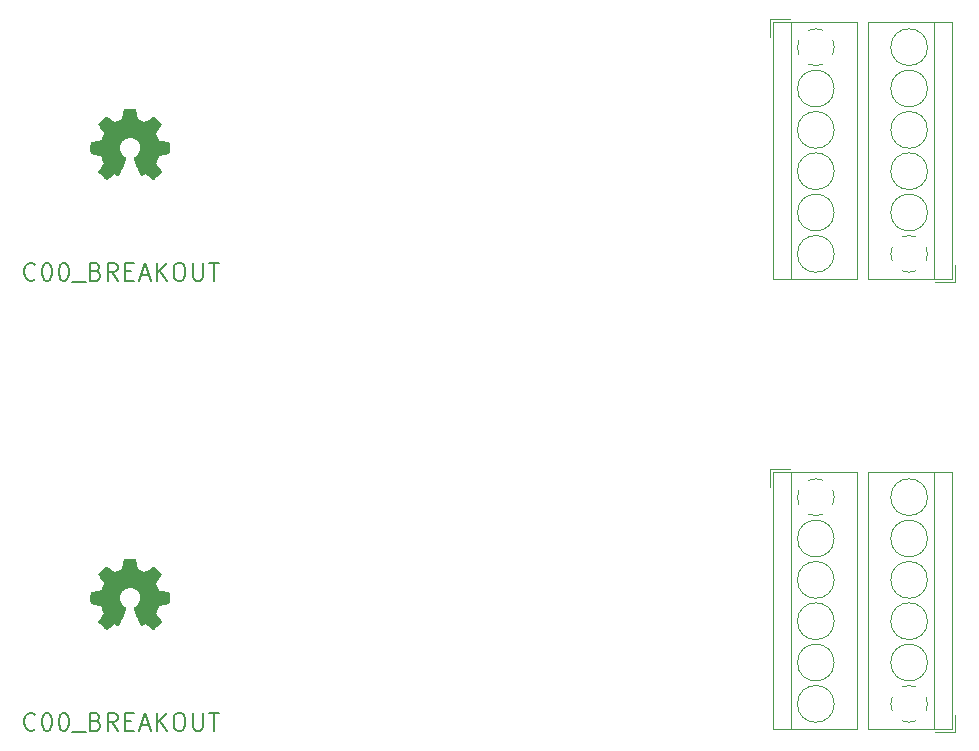
<source format=gbr>
G04 #@! TF.GenerationSoftware,KiCad,Pcbnew,5.1.5-52549c5~86~ubuntu18.04.1*
G04 #@! TF.CreationDate,2020-09-25T00:18:03-05:00*
G04 #@! TF.ProjectId,,58585858-5858-4585-9858-585858585858,rev?*
G04 #@! TF.SameCoordinates,Original*
G04 #@! TF.FileFunction,Legend,Top*
G04 #@! TF.FilePolarity,Positive*
%FSLAX46Y46*%
G04 Gerber Fmt 4.6, Leading zero omitted, Abs format (unit mm)*
G04 Created by KiCad (PCBNEW 5.1.5-52549c5~86~ubuntu18.04.1) date 2020-09-25 00:18:03*
%MOMM*%
%LPD*%
G04 APERTURE LIST*
%ADD10C,0.150000*%
%ADD11C,0.010000*%
%ADD12C,0.120000*%
G04 APERTURE END LIST*
D10*
X96693400Y-91924914D02*
X96621971Y-91996342D01*
X96407685Y-92067771D01*
X96264828Y-92067771D01*
X96050542Y-91996342D01*
X95907685Y-91853485D01*
X95836257Y-91710628D01*
X95764828Y-91424914D01*
X95764828Y-91210628D01*
X95836257Y-90924914D01*
X95907685Y-90782057D01*
X96050542Y-90639200D01*
X96264828Y-90567771D01*
X96407685Y-90567771D01*
X96621971Y-90639200D01*
X96693400Y-90710628D01*
X97621971Y-90567771D02*
X97764828Y-90567771D01*
X97907685Y-90639200D01*
X97979114Y-90710628D01*
X98050542Y-90853485D01*
X98121971Y-91139200D01*
X98121971Y-91496342D01*
X98050542Y-91782057D01*
X97979114Y-91924914D01*
X97907685Y-91996342D01*
X97764828Y-92067771D01*
X97621971Y-92067771D01*
X97479114Y-91996342D01*
X97407685Y-91924914D01*
X97336257Y-91782057D01*
X97264828Y-91496342D01*
X97264828Y-91139200D01*
X97336257Y-90853485D01*
X97407685Y-90710628D01*
X97479114Y-90639200D01*
X97621971Y-90567771D01*
X99050542Y-90567771D02*
X99193400Y-90567771D01*
X99336257Y-90639200D01*
X99407685Y-90710628D01*
X99479114Y-90853485D01*
X99550542Y-91139200D01*
X99550542Y-91496342D01*
X99479114Y-91782057D01*
X99407685Y-91924914D01*
X99336257Y-91996342D01*
X99193400Y-92067771D01*
X99050542Y-92067771D01*
X98907685Y-91996342D01*
X98836257Y-91924914D01*
X98764828Y-91782057D01*
X98693400Y-91496342D01*
X98693400Y-91139200D01*
X98764828Y-90853485D01*
X98836257Y-90710628D01*
X98907685Y-90639200D01*
X99050542Y-90567771D01*
X99836257Y-92210628D02*
X100979114Y-92210628D01*
X101836257Y-91282057D02*
X102050542Y-91353485D01*
X102121971Y-91424914D01*
X102193400Y-91567771D01*
X102193400Y-91782057D01*
X102121971Y-91924914D01*
X102050542Y-91996342D01*
X101907685Y-92067771D01*
X101336257Y-92067771D01*
X101336257Y-90567771D01*
X101836257Y-90567771D01*
X101979114Y-90639200D01*
X102050542Y-90710628D01*
X102121971Y-90853485D01*
X102121971Y-90996342D01*
X102050542Y-91139200D01*
X101979114Y-91210628D01*
X101836257Y-91282057D01*
X101336257Y-91282057D01*
X103693400Y-92067771D02*
X103193400Y-91353485D01*
X102836257Y-92067771D02*
X102836257Y-90567771D01*
X103407685Y-90567771D01*
X103550542Y-90639200D01*
X103621971Y-90710628D01*
X103693400Y-90853485D01*
X103693400Y-91067771D01*
X103621971Y-91210628D01*
X103550542Y-91282057D01*
X103407685Y-91353485D01*
X102836257Y-91353485D01*
X104336257Y-91282057D02*
X104836257Y-91282057D01*
X105050542Y-92067771D02*
X104336257Y-92067771D01*
X104336257Y-90567771D01*
X105050542Y-90567771D01*
X105621971Y-91639200D02*
X106336257Y-91639200D01*
X105479114Y-92067771D02*
X105979114Y-90567771D01*
X106479114Y-92067771D01*
X106979114Y-92067771D02*
X106979114Y-90567771D01*
X107836257Y-92067771D02*
X107193400Y-91210628D01*
X107836257Y-90567771D02*
X106979114Y-91424914D01*
X108764828Y-90567771D02*
X109050542Y-90567771D01*
X109193400Y-90639200D01*
X109336257Y-90782057D01*
X109407685Y-91067771D01*
X109407685Y-91567771D01*
X109336257Y-91853485D01*
X109193400Y-91996342D01*
X109050542Y-92067771D01*
X108764828Y-92067771D01*
X108621971Y-91996342D01*
X108479114Y-91853485D01*
X108407685Y-91567771D01*
X108407685Y-91067771D01*
X108479114Y-90782057D01*
X108621971Y-90639200D01*
X108764828Y-90567771D01*
X110050542Y-90567771D02*
X110050542Y-91782057D01*
X110121971Y-91924914D01*
X110193400Y-91996342D01*
X110336257Y-92067771D01*
X110621971Y-92067771D01*
X110764828Y-91996342D01*
X110836257Y-91924914D01*
X110907685Y-91782057D01*
X110907685Y-90567771D01*
X111407685Y-90567771D02*
X112264828Y-90567771D01*
X111836257Y-92067771D02*
X111836257Y-90567771D01*
X96693400Y-53824914D02*
X96621971Y-53896342D01*
X96407685Y-53967771D01*
X96264828Y-53967771D01*
X96050542Y-53896342D01*
X95907685Y-53753485D01*
X95836257Y-53610628D01*
X95764828Y-53324914D01*
X95764828Y-53110628D01*
X95836257Y-52824914D01*
X95907685Y-52682057D01*
X96050542Y-52539200D01*
X96264828Y-52467771D01*
X96407685Y-52467771D01*
X96621971Y-52539200D01*
X96693400Y-52610628D01*
X97621971Y-52467771D02*
X97764828Y-52467771D01*
X97907685Y-52539200D01*
X97979114Y-52610628D01*
X98050542Y-52753485D01*
X98121971Y-53039200D01*
X98121971Y-53396342D01*
X98050542Y-53682057D01*
X97979114Y-53824914D01*
X97907685Y-53896342D01*
X97764828Y-53967771D01*
X97621971Y-53967771D01*
X97479114Y-53896342D01*
X97407685Y-53824914D01*
X97336257Y-53682057D01*
X97264828Y-53396342D01*
X97264828Y-53039200D01*
X97336257Y-52753485D01*
X97407685Y-52610628D01*
X97479114Y-52539200D01*
X97621971Y-52467771D01*
X99050542Y-52467771D02*
X99193400Y-52467771D01*
X99336257Y-52539200D01*
X99407685Y-52610628D01*
X99479114Y-52753485D01*
X99550542Y-53039200D01*
X99550542Y-53396342D01*
X99479114Y-53682057D01*
X99407685Y-53824914D01*
X99336257Y-53896342D01*
X99193400Y-53967771D01*
X99050542Y-53967771D01*
X98907685Y-53896342D01*
X98836257Y-53824914D01*
X98764828Y-53682057D01*
X98693400Y-53396342D01*
X98693400Y-53039200D01*
X98764828Y-52753485D01*
X98836257Y-52610628D01*
X98907685Y-52539200D01*
X99050542Y-52467771D01*
X99836257Y-54110628D02*
X100979114Y-54110628D01*
X101836257Y-53182057D02*
X102050542Y-53253485D01*
X102121971Y-53324914D01*
X102193400Y-53467771D01*
X102193400Y-53682057D01*
X102121971Y-53824914D01*
X102050542Y-53896342D01*
X101907685Y-53967771D01*
X101336257Y-53967771D01*
X101336257Y-52467771D01*
X101836257Y-52467771D01*
X101979114Y-52539200D01*
X102050542Y-52610628D01*
X102121971Y-52753485D01*
X102121971Y-52896342D01*
X102050542Y-53039200D01*
X101979114Y-53110628D01*
X101836257Y-53182057D01*
X101336257Y-53182057D01*
X103693400Y-53967771D02*
X103193400Y-53253485D01*
X102836257Y-53967771D02*
X102836257Y-52467771D01*
X103407685Y-52467771D01*
X103550542Y-52539200D01*
X103621971Y-52610628D01*
X103693400Y-52753485D01*
X103693400Y-52967771D01*
X103621971Y-53110628D01*
X103550542Y-53182057D01*
X103407685Y-53253485D01*
X102836257Y-53253485D01*
X104336257Y-53182057D02*
X104836257Y-53182057D01*
X105050542Y-53967771D02*
X104336257Y-53967771D01*
X104336257Y-52467771D01*
X105050542Y-52467771D01*
X105621971Y-53539200D02*
X106336257Y-53539200D01*
X105479114Y-53967771D02*
X105979114Y-52467771D01*
X106479114Y-53967771D01*
X106979114Y-53967771D02*
X106979114Y-52467771D01*
X107836257Y-53967771D02*
X107193400Y-53110628D01*
X107836257Y-52467771D02*
X106979114Y-53324914D01*
X108764828Y-52467771D02*
X109050542Y-52467771D01*
X109193400Y-52539200D01*
X109336257Y-52682057D01*
X109407685Y-52967771D01*
X109407685Y-53467771D01*
X109336257Y-53753485D01*
X109193400Y-53896342D01*
X109050542Y-53967771D01*
X108764828Y-53967771D01*
X108621971Y-53896342D01*
X108479114Y-53753485D01*
X108407685Y-53467771D01*
X108407685Y-52967771D01*
X108479114Y-52682057D01*
X108621971Y-52539200D01*
X108764828Y-52467771D01*
X110050542Y-52467771D02*
X110050542Y-53682057D01*
X110121971Y-53824914D01*
X110193400Y-53896342D01*
X110336257Y-53967771D01*
X110621971Y-53967771D01*
X110764828Y-53896342D01*
X110836257Y-53824914D01*
X110907685Y-53682057D01*
X110907685Y-52467771D01*
X111407685Y-52467771D02*
X112264828Y-52467771D01*
X111836257Y-53967771D02*
X111836257Y-52467771D01*
D11*
G36*
X105229214Y-77986931D02*
G01*
X105313035Y-78431555D01*
X105622320Y-78559053D01*
X105931606Y-78686551D01*
X106302646Y-78434246D01*
X106406557Y-78363996D01*
X106500487Y-78301272D01*
X106580052Y-78248938D01*
X106640870Y-78209857D01*
X106678557Y-78186893D01*
X106688821Y-78181942D01*
X106707310Y-78194676D01*
X106746820Y-78229882D01*
X106802922Y-78283062D01*
X106871187Y-78349718D01*
X106947186Y-78425354D01*
X107026492Y-78505472D01*
X107104675Y-78585574D01*
X107177307Y-78661164D01*
X107239959Y-78727745D01*
X107288203Y-78780818D01*
X107317610Y-78815887D01*
X107324641Y-78827623D01*
X107314523Y-78849260D01*
X107286159Y-78896662D01*
X107242529Y-78965193D01*
X107186618Y-79050215D01*
X107121406Y-79147093D01*
X107083619Y-79202350D01*
X107014743Y-79303248D01*
X106953540Y-79394299D01*
X106902978Y-79470970D01*
X106866028Y-79528728D01*
X106845658Y-79563043D01*
X106842597Y-79570254D01*
X106849536Y-79590748D01*
X106868451Y-79638513D01*
X106896487Y-79706832D01*
X106930791Y-79788989D01*
X106968509Y-79878270D01*
X107006787Y-79967958D01*
X107042770Y-80051338D01*
X107073606Y-80121694D01*
X107096439Y-80172310D01*
X107108417Y-80196471D01*
X107109124Y-80197422D01*
X107127931Y-80202036D01*
X107178018Y-80212328D01*
X107254193Y-80227287D01*
X107351265Y-80245901D01*
X107464043Y-80267159D01*
X107529842Y-80279418D01*
X107650350Y-80302362D01*
X107759197Y-80324195D01*
X107850876Y-80343722D01*
X107919881Y-80359748D01*
X107960704Y-80371079D01*
X107968911Y-80374674D01*
X107976948Y-80399006D01*
X107983433Y-80453959D01*
X107988370Y-80533108D01*
X107991764Y-80630026D01*
X107993618Y-80738287D01*
X107993938Y-80851465D01*
X107992727Y-80963135D01*
X107989990Y-81066868D01*
X107985731Y-81156241D01*
X107979955Y-81224826D01*
X107972667Y-81266197D01*
X107968295Y-81274810D01*
X107942164Y-81285133D01*
X107886793Y-81299892D01*
X107809507Y-81317352D01*
X107717630Y-81335780D01*
X107685558Y-81341741D01*
X107530924Y-81370066D01*
X107408775Y-81392876D01*
X107315073Y-81411080D01*
X107245784Y-81425583D01*
X107196871Y-81437292D01*
X107164297Y-81447115D01*
X107144028Y-81455956D01*
X107132026Y-81464724D01*
X107130347Y-81466457D01*
X107113584Y-81494371D01*
X107088014Y-81548695D01*
X107056188Y-81622777D01*
X107020660Y-81709965D01*
X106983983Y-81803608D01*
X106948711Y-81897052D01*
X106917396Y-81983647D01*
X106892593Y-82056740D01*
X106876854Y-82109678D01*
X106872732Y-82135811D01*
X106873076Y-82136726D01*
X106887041Y-82158086D01*
X106918722Y-82205084D01*
X106964791Y-82272827D01*
X107021918Y-82356423D01*
X107086773Y-82450982D01*
X107105243Y-82477854D01*
X107171099Y-82575275D01*
X107229050Y-82664163D01*
X107275938Y-82739412D01*
X107308607Y-82795920D01*
X107323900Y-82828581D01*
X107324641Y-82832593D01*
X107311792Y-82853684D01*
X107276288Y-82895464D01*
X107222693Y-82953445D01*
X107155571Y-83023135D01*
X107079487Y-83100045D01*
X106999004Y-83179683D01*
X106918687Y-83257561D01*
X106843099Y-83329186D01*
X106776805Y-83390070D01*
X106724369Y-83435721D01*
X106690355Y-83461650D01*
X106680945Y-83465883D01*
X106659043Y-83455912D01*
X106614200Y-83429020D01*
X106553721Y-83389736D01*
X106507189Y-83358117D01*
X106422875Y-83300098D01*
X106323026Y-83231784D01*
X106222873Y-83163579D01*
X106169027Y-83127075D01*
X105986771Y-83003800D01*
X105833781Y-83086520D01*
X105764082Y-83122759D01*
X105704814Y-83150926D01*
X105664711Y-83166991D01*
X105654503Y-83169226D01*
X105642229Y-83152722D01*
X105618013Y-83106082D01*
X105583663Y-83033609D01*
X105540988Y-82939606D01*
X105491794Y-82828374D01*
X105437890Y-82704215D01*
X105381084Y-82571432D01*
X105323182Y-82434327D01*
X105265993Y-82297202D01*
X105211324Y-82164358D01*
X105160984Y-82040098D01*
X105116780Y-81928725D01*
X105080519Y-81834539D01*
X105054009Y-81761844D01*
X105039058Y-81714941D01*
X105036654Y-81698833D01*
X105055711Y-81678286D01*
X105097436Y-81644933D01*
X105153106Y-81605702D01*
X105157778Y-81602599D01*
X105301664Y-81487423D01*
X105417683Y-81353053D01*
X105504830Y-81203784D01*
X105562099Y-81043913D01*
X105588486Y-80877737D01*
X105582985Y-80709552D01*
X105544590Y-80543655D01*
X105472295Y-80384342D01*
X105451026Y-80349487D01*
X105340396Y-80208737D01*
X105209702Y-80095714D01*
X105063464Y-80011003D01*
X104906208Y-79955194D01*
X104742457Y-79928874D01*
X104576733Y-79932630D01*
X104413562Y-79967050D01*
X104257465Y-80032723D01*
X104112967Y-80130235D01*
X104068269Y-80169813D01*
X103954512Y-80293703D01*
X103871618Y-80424124D01*
X103814756Y-80570315D01*
X103783087Y-80715088D01*
X103775269Y-80877860D01*
X103801338Y-81041440D01*
X103858645Y-81200298D01*
X103944544Y-81348906D01*
X104056386Y-81481735D01*
X104191523Y-81593256D01*
X104209283Y-81605011D01*
X104265550Y-81643508D01*
X104308323Y-81676863D01*
X104328772Y-81698160D01*
X104329069Y-81698833D01*
X104324679Y-81721871D01*
X104307276Y-81774157D01*
X104278668Y-81851390D01*
X104240665Y-81949268D01*
X104195074Y-82063491D01*
X104143703Y-82189758D01*
X104088362Y-82323767D01*
X104030858Y-82461218D01*
X103973001Y-82597808D01*
X103916598Y-82729237D01*
X103863458Y-82851205D01*
X103815390Y-82959409D01*
X103774201Y-83049549D01*
X103741701Y-83117323D01*
X103719697Y-83158430D01*
X103710836Y-83169226D01*
X103683760Y-83160819D01*
X103633097Y-83138272D01*
X103567583Y-83105613D01*
X103531559Y-83086520D01*
X103378568Y-83003800D01*
X103196312Y-83127075D01*
X103103275Y-83190228D01*
X103001415Y-83259727D01*
X102905962Y-83325165D01*
X102858150Y-83358117D01*
X102790905Y-83403273D01*
X102733964Y-83439057D01*
X102694754Y-83460938D01*
X102682019Y-83465563D01*
X102663483Y-83453085D01*
X102622459Y-83418252D01*
X102562925Y-83364678D01*
X102488858Y-83295983D01*
X102404235Y-83215781D01*
X102350715Y-83164286D01*
X102257081Y-83072286D01*
X102176159Y-82989999D01*
X102111223Y-82920945D01*
X102065542Y-82868644D01*
X102042389Y-82836616D01*
X102040168Y-82830116D01*
X102050476Y-82805394D01*
X102078961Y-82755405D01*
X102122463Y-82685212D01*
X102177823Y-82599875D01*
X102241880Y-82504456D01*
X102260097Y-82477854D01*
X102326473Y-82381167D01*
X102386022Y-82294117D01*
X102435416Y-82221595D01*
X102471325Y-82168493D01*
X102490419Y-82139703D01*
X102492264Y-82136726D01*
X102489505Y-82113782D01*
X102474862Y-82063336D01*
X102450887Y-81992041D01*
X102420134Y-81906547D01*
X102385156Y-81813507D01*
X102348507Y-81719574D01*
X102312739Y-81631399D01*
X102280406Y-81555634D01*
X102254062Y-81498931D01*
X102236258Y-81467943D01*
X102234993Y-81466457D01*
X102224106Y-81457601D01*
X102205718Y-81448843D01*
X102175794Y-81439277D01*
X102130297Y-81427996D01*
X102065191Y-81414093D01*
X101976439Y-81396663D01*
X101860007Y-81374798D01*
X101711858Y-81347591D01*
X101679782Y-81341741D01*
X101584714Y-81323374D01*
X101501835Y-81305405D01*
X101438470Y-81289569D01*
X101401942Y-81277600D01*
X101397044Y-81274810D01*
X101388973Y-81250072D01*
X101382413Y-81194790D01*
X101377367Y-81115389D01*
X101373841Y-81018296D01*
X101371839Y-80909938D01*
X101371364Y-80796740D01*
X101372423Y-80685128D01*
X101375018Y-80581529D01*
X101379154Y-80492368D01*
X101384837Y-80424072D01*
X101392069Y-80383066D01*
X101396429Y-80374674D01*
X101420702Y-80366208D01*
X101475974Y-80352435D01*
X101556738Y-80334550D01*
X101657488Y-80313748D01*
X101772717Y-80291223D01*
X101835498Y-80279418D01*
X101954613Y-80257151D01*
X102060835Y-80236979D01*
X102148973Y-80219915D01*
X102213834Y-80206969D01*
X102250226Y-80199155D01*
X102256216Y-80197422D01*
X102266339Y-80177890D01*
X102287738Y-80130843D01*
X102317561Y-80063003D01*
X102352955Y-79981091D01*
X102391068Y-79891828D01*
X102429047Y-79801935D01*
X102464040Y-79718135D01*
X102493194Y-79647147D01*
X102513657Y-79595694D01*
X102522577Y-79570497D01*
X102522743Y-79569396D01*
X102512631Y-79549519D01*
X102484283Y-79503777D01*
X102440677Y-79436717D01*
X102384794Y-79352884D01*
X102319613Y-79256826D01*
X102281721Y-79201650D01*
X102212675Y-79100481D01*
X102151350Y-79008630D01*
X102100737Y-78930744D01*
X102063829Y-78871469D01*
X102043618Y-78835451D01*
X102040699Y-78827377D01*
X102053247Y-78808584D01*
X102087937Y-78768457D01*
X102140337Y-78711493D01*
X102206016Y-78642185D01*
X102280544Y-78565031D01*
X102359487Y-78484525D01*
X102438417Y-78405163D01*
X102512900Y-78331440D01*
X102578506Y-78267852D01*
X102630804Y-78218894D01*
X102665361Y-78189061D01*
X102676922Y-78181942D01*
X102695746Y-78191953D01*
X102740769Y-78220078D01*
X102807613Y-78263454D01*
X102891901Y-78319218D01*
X102989256Y-78384506D01*
X103062693Y-78434246D01*
X103433733Y-78686551D01*
X104052305Y-78431555D01*
X104136125Y-77986931D01*
X104219946Y-77542307D01*
X105145394Y-77542307D01*
X105229214Y-77986931D01*
G37*
X105229214Y-77986931D02*
X105313035Y-78431555D01*
X105622320Y-78559053D01*
X105931606Y-78686551D01*
X106302646Y-78434246D01*
X106406557Y-78363996D01*
X106500487Y-78301272D01*
X106580052Y-78248938D01*
X106640870Y-78209857D01*
X106678557Y-78186893D01*
X106688821Y-78181942D01*
X106707310Y-78194676D01*
X106746820Y-78229882D01*
X106802922Y-78283062D01*
X106871187Y-78349718D01*
X106947186Y-78425354D01*
X107026492Y-78505472D01*
X107104675Y-78585574D01*
X107177307Y-78661164D01*
X107239959Y-78727745D01*
X107288203Y-78780818D01*
X107317610Y-78815887D01*
X107324641Y-78827623D01*
X107314523Y-78849260D01*
X107286159Y-78896662D01*
X107242529Y-78965193D01*
X107186618Y-79050215D01*
X107121406Y-79147093D01*
X107083619Y-79202350D01*
X107014743Y-79303248D01*
X106953540Y-79394299D01*
X106902978Y-79470970D01*
X106866028Y-79528728D01*
X106845658Y-79563043D01*
X106842597Y-79570254D01*
X106849536Y-79590748D01*
X106868451Y-79638513D01*
X106896487Y-79706832D01*
X106930791Y-79788989D01*
X106968509Y-79878270D01*
X107006787Y-79967958D01*
X107042770Y-80051338D01*
X107073606Y-80121694D01*
X107096439Y-80172310D01*
X107108417Y-80196471D01*
X107109124Y-80197422D01*
X107127931Y-80202036D01*
X107178018Y-80212328D01*
X107254193Y-80227287D01*
X107351265Y-80245901D01*
X107464043Y-80267159D01*
X107529842Y-80279418D01*
X107650350Y-80302362D01*
X107759197Y-80324195D01*
X107850876Y-80343722D01*
X107919881Y-80359748D01*
X107960704Y-80371079D01*
X107968911Y-80374674D01*
X107976948Y-80399006D01*
X107983433Y-80453959D01*
X107988370Y-80533108D01*
X107991764Y-80630026D01*
X107993618Y-80738287D01*
X107993938Y-80851465D01*
X107992727Y-80963135D01*
X107989990Y-81066868D01*
X107985731Y-81156241D01*
X107979955Y-81224826D01*
X107972667Y-81266197D01*
X107968295Y-81274810D01*
X107942164Y-81285133D01*
X107886793Y-81299892D01*
X107809507Y-81317352D01*
X107717630Y-81335780D01*
X107685558Y-81341741D01*
X107530924Y-81370066D01*
X107408775Y-81392876D01*
X107315073Y-81411080D01*
X107245784Y-81425583D01*
X107196871Y-81437292D01*
X107164297Y-81447115D01*
X107144028Y-81455956D01*
X107132026Y-81464724D01*
X107130347Y-81466457D01*
X107113584Y-81494371D01*
X107088014Y-81548695D01*
X107056188Y-81622777D01*
X107020660Y-81709965D01*
X106983983Y-81803608D01*
X106948711Y-81897052D01*
X106917396Y-81983647D01*
X106892593Y-82056740D01*
X106876854Y-82109678D01*
X106872732Y-82135811D01*
X106873076Y-82136726D01*
X106887041Y-82158086D01*
X106918722Y-82205084D01*
X106964791Y-82272827D01*
X107021918Y-82356423D01*
X107086773Y-82450982D01*
X107105243Y-82477854D01*
X107171099Y-82575275D01*
X107229050Y-82664163D01*
X107275938Y-82739412D01*
X107308607Y-82795920D01*
X107323900Y-82828581D01*
X107324641Y-82832593D01*
X107311792Y-82853684D01*
X107276288Y-82895464D01*
X107222693Y-82953445D01*
X107155571Y-83023135D01*
X107079487Y-83100045D01*
X106999004Y-83179683D01*
X106918687Y-83257561D01*
X106843099Y-83329186D01*
X106776805Y-83390070D01*
X106724369Y-83435721D01*
X106690355Y-83461650D01*
X106680945Y-83465883D01*
X106659043Y-83455912D01*
X106614200Y-83429020D01*
X106553721Y-83389736D01*
X106507189Y-83358117D01*
X106422875Y-83300098D01*
X106323026Y-83231784D01*
X106222873Y-83163579D01*
X106169027Y-83127075D01*
X105986771Y-83003800D01*
X105833781Y-83086520D01*
X105764082Y-83122759D01*
X105704814Y-83150926D01*
X105664711Y-83166991D01*
X105654503Y-83169226D01*
X105642229Y-83152722D01*
X105618013Y-83106082D01*
X105583663Y-83033609D01*
X105540988Y-82939606D01*
X105491794Y-82828374D01*
X105437890Y-82704215D01*
X105381084Y-82571432D01*
X105323182Y-82434327D01*
X105265993Y-82297202D01*
X105211324Y-82164358D01*
X105160984Y-82040098D01*
X105116780Y-81928725D01*
X105080519Y-81834539D01*
X105054009Y-81761844D01*
X105039058Y-81714941D01*
X105036654Y-81698833D01*
X105055711Y-81678286D01*
X105097436Y-81644933D01*
X105153106Y-81605702D01*
X105157778Y-81602599D01*
X105301664Y-81487423D01*
X105417683Y-81353053D01*
X105504830Y-81203784D01*
X105562099Y-81043913D01*
X105588486Y-80877737D01*
X105582985Y-80709552D01*
X105544590Y-80543655D01*
X105472295Y-80384342D01*
X105451026Y-80349487D01*
X105340396Y-80208737D01*
X105209702Y-80095714D01*
X105063464Y-80011003D01*
X104906208Y-79955194D01*
X104742457Y-79928874D01*
X104576733Y-79932630D01*
X104413562Y-79967050D01*
X104257465Y-80032723D01*
X104112967Y-80130235D01*
X104068269Y-80169813D01*
X103954512Y-80293703D01*
X103871618Y-80424124D01*
X103814756Y-80570315D01*
X103783087Y-80715088D01*
X103775269Y-80877860D01*
X103801338Y-81041440D01*
X103858645Y-81200298D01*
X103944544Y-81348906D01*
X104056386Y-81481735D01*
X104191523Y-81593256D01*
X104209283Y-81605011D01*
X104265550Y-81643508D01*
X104308323Y-81676863D01*
X104328772Y-81698160D01*
X104329069Y-81698833D01*
X104324679Y-81721871D01*
X104307276Y-81774157D01*
X104278668Y-81851390D01*
X104240665Y-81949268D01*
X104195074Y-82063491D01*
X104143703Y-82189758D01*
X104088362Y-82323767D01*
X104030858Y-82461218D01*
X103973001Y-82597808D01*
X103916598Y-82729237D01*
X103863458Y-82851205D01*
X103815390Y-82959409D01*
X103774201Y-83049549D01*
X103741701Y-83117323D01*
X103719697Y-83158430D01*
X103710836Y-83169226D01*
X103683760Y-83160819D01*
X103633097Y-83138272D01*
X103567583Y-83105613D01*
X103531559Y-83086520D01*
X103378568Y-83003800D01*
X103196312Y-83127075D01*
X103103275Y-83190228D01*
X103001415Y-83259727D01*
X102905962Y-83325165D01*
X102858150Y-83358117D01*
X102790905Y-83403273D01*
X102733964Y-83439057D01*
X102694754Y-83460938D01*
X102682019Y-83465563D01*
X102663483Y-83453085D01*
X102622459Y-83418252D01*
X102562925Y-83364678D01*
X102488858Y-83295983D01*
X102404235Y-83215781D01*
X102350715Y-83164286D01*
X102257081Y-83072286D01*
X102176159Y-82989999D01*
X102111223Y-82920945D01*
X102065542Y-82868644D01*
X102042389Y-82836616D01*
X102040168Y-82830116D01*
X102050476Y-82805394D01*
X102078961Y-82755405D01*
X102122463Y-82685212D01*
X102177823Y-82599875D01*
X102241880Y-82504456D01*
X102260097Y-82477854D01*
X102326473Y-82381167D01*
X102386022Y-82294117D01*
X102435416Y-82221595D01*
X102471325Y-82168493D01*
X102490419Y-82139703D01*
X102492264Y-82136726D01*
X102489505Y-82113782D01*
X102474862Y-82063336D01*
X102450887Y-81992041D01*
X102420134Y-81906547D01*
X102385156Y-81813507D01*
X102348507Y-81719574D01*
X102312739Y-81631399D01*
X102280406Y-81555634D01*
X102254062Y-81498931D01*
X102236258Y-81467943D01*
X102234993Y-81466457D01*
X102224106Y-81457601D01*
X102205718Y-81448843D01*
X102175794Y-81439277D01*
X102130297Y-81427996D01*
X102065191Y-81414093D01*
X101976439Y-81396663D01*
X101860007Y-81374798D01*
X101711858Y-81347591D01*
X101679782Y-81341741D01*
X101584714Y-81323374D01*
X101501835Y-81305405D01*
X101438470Y-81289569D01*
X101401942Y-81277600D01*
X101397044Y-81274810D01*
X101388973Y-81250072D01*
X101382413Y-81194790D01*
X101377367Y-81115389D01*
X101373841Y-81018296D01*
X101371839Y-80909938D01*
X101371364Y-80796740D01*
X101372423Y-80685128D01*
X101375018Y-80581529D01*
X101379154Y-80492368D01*
X101384837Y-80424072D01*
X101392069Y-80383066D01*
X101396429Y-80374674D01*
X101420702Y-80366208D01*
X101475974Y-80352435D01*
X101556738Y-80334550D01*
X101657488Y-80313748D01*
X101772717Y-80291223D01*
X101835498Y-80279418D01*
X101954613Y-80257151D01*
X102060835Y-80236979D01*
X102148973Y-80219915D01*
X102213834Y-80206969D01*
X102250226Y-80199155D01*
X102256216Y-80197422D01*
X102266339Y-80177890D01*
X102287738Y-80130843D01*
X102317561Y-80063003D01*
X102352955Y-79981091D01*
X102391068Y-79891828D01*
X102429047Y-79801935D01*
X102464040Y-79718135D01*
X102493194Y-79647147D01*
X102513657Y-79595694D01*
X102522577Y-79570497D01*
X102522743Y-79569396D01*
X102512631Y-79549519D01*
X102484283Y-79503777D01*
X102440677Y-79436717D01*
X102384794Y-79352884D01*
X102319613Y-79256826D01*
X102281721Y-79201650D01*
X102212675Y-79100481D01*
X102151350Y-79008630D01*
X102100737Y-78930744D01*
X102063829Y-78871469D01*
X102043618Y-78835451D01*
X102040699Y-78827377D01*
X102053247Y-78808584D01*
X102087937Y-78768457D01*
X102140337Y-78711493D01*
X102206016Y-78642185D01*
X102280544Y-78565031D01*
X102359487Y-78484525D01*
X102438417Y-78405163D01*
X102512900Y-78331440D01*
X102578506Y-78267852D01*
X102630804Y-78218894D01*
X102665361Y-78189061D01*
X102676922Y-78181942D01*
X102695746Y-78191953D01*
X102740769Y-78220078D01*
X102807613Y-78263454D01*
X102891901Y-78319218D01*
X102989256Y-78384506D01*
X103062693Y-78434246D01*
X103433733Y-78686551D01*
X104052305Y-78431555D01*
X104136125Y-77986931D01*
X104219946Y-77542307D01*
X105145394Y-77542307D01*
X105229214Y-77986931D01*
D12*
X172117385Y-89204013D02*
G75*
G02X172241000Y-89811600I-1431385J-607587D01*
G01*
X170078258Y-88379491D02*
G75*
G02X171294000Y-88379600I607742J-1432109D01*
G01*
X169253891Y-90419342D02*
G75*
G02X169254000Y-89203600I1432109J607742D01*
G01*
X171293742Y-91243709D02*
G75*
G02X170078000Y-91243600I-607742J1432109D01*
G01*
X172241492Y-89784589D02*
G75*
G02X172118000Y-90419600I-1555492J-27011D01*
G01*
X172241000Y-86311600D02*
G75*
G03X172241000Y-86311600I-1555000J0D01*
G01*
X172241000Y-82811600D02*
G75*
G03X172241000Y-82811600I-1555000J0D01*
G01*
X172241000Y-79311600D02*
G75*
G03X172241000Y-79311600I-1555000J0D01*
G01*
X172241000Y-75811600D02*
G75*
G03X172241000Y-75811600I-1555000J0D01*
G01*
X172241000Y-72311600D02*
G75*
G03X172241000Y-72311600I-1555000J0D01*
G01*
X172786000Y-91971600D02*
X172786000Y-70151600D01*
X167226000Y-91971600D02*
X167226000Y-70151600D01*
X174346000Y-91971600D02*
X174346000Y-70151600D01*
X167226000Y-91971600D02*
X174346000Y-91971600D01*
X167226000Y-70151600D02*
X174346000Y-70151600D01*
X172846000Y-92211600D02*
X174586000Y-92211600D01*
X174586000Y-92211600D02*
X174586000Y-90711600D01*
X161354615Y-72919187D02*
G75*
G02X161231000Y-72311600I1431385J607587D01*
G01*
X163393742Y-73743709D02*
G75*
G02X162178000Y-73743600I-607742J1432109D01*
G01*
X164218109Y-71703858D02*
G75*
G02X164218000Y-72919600I-1432109J-607742D01*
G01*
X162178258Y-70879491D02*
G75*
G02X163394000Y-70879600I607742J-1432109D01*
G01*
X161230508Y-72338611D02*
G75*
G02X161354000Y-71703600I1555492J27011D01*
G01*
X164341000Y-75811600D02*
G75*
G03X164341000Y-75811600I-1555000J0D01*
G01*
X164341000Y-79311600D02*
G75*
G03X164341000Y-79311600I-1555000J0D01*
G01*
X164341000Y-82811600D02*
G75*
G03X164341000Y-82811600I-1555000J0D01*
G01*
X164341000Y-86311600D02*
G75*
G03X164341000Y-86311600I-1555000J0D01*
G01*
X164341000Y-89811600D02*
G75*
G03X164341000Y-89811600I-1555000J0D01*
G01*
X160686000Y-70151600D02*
X160686000Y-91971600D01*
X166246000Y-70151600D02*
X166246000Y-91971600D01*
X159126000Y-70151600D02*
X159126000Y-91971600D01*
X166246000Y-70151600D02*
X159126000Y-70151600D01*
X166246000Y-91971600D02*
X159126000Y-91971600D01*
X160626000Y-69911600D02*
X158886000Y-69911600D01*
X158886000Y-69911600D02*
X158886000Y-71411600D01*
D11*
G36*
X105229214Y-39886931D02*
G01*
X105313035Y-40331555D01*
X105622320Y-40459053D01*
X105931606Y-40586551D01*
X106302646Y-40334246D01*
X106406557Y-40263996D01*
X106500487Y-40201272D01*
X106580052Y-40148938D01*
X106640870Y-40109857D01*
X106678557Y-40086893D01*
X106688821Y-40081942D01*
X106707310Y-40094676D01*
X106746820Y-40129882D01*
X106802922Y-40183062D01*
X106871187Y-40249718D01*
X106947186Y-40325354D01*
X107026492Y-40405472D01*
X107104675Y-40485574D01*
X107177307Y-40561164D01*
X107239959Y-40627745D01*
X107288203Y-40680818D01*
X107317610Y-40715887D01*
X107324641Y-40727623D01*
X107314523Y-40749260D01*
X107286159Y-40796662D01*
X107242529Y-40865193D01*
X107186618Y-40950215D01*
X107121406Y-41047093D01*
X107083619Y-41102350D01*
X107014743Y-41203248D01*
X106953540Y-41294299D01*
X106902978Y-41370970D01*
X106866028Y-41428728D01*
X106845658Y-41463043D01*
X106842597Y-41470254D01*
X106849536Y-41490748D01*
X106868451Y-41538513D01*
X106896487Y-41606832D01*
X106930791Y-41688989D01*
X106968509Y-41778270D01*
X107006787Y-41867958D01*
X107042770Y-41951338D01*
X107073606Y-42021694D01*
X107096439Y-42072310D01*
X107108417Y-42096471D01*
X107109124Y-42097422D01*
X107127931Y-42102036D01*
X107178018Y-42112328D01*
X107254193Y-42127287D01*
X107351265Y-42145901D01*
X107464043Y-42167159D01*
X107529842Y-42179418D01*
X107650350Y-42202362D01*
X107759197Y-42224195D01*
X107850876Y-42243722D01*
X107919881Y-42259748D01*
X107960704Y-42271079D01*
X107968911Y-42274674D01*
X107976948Y-42299006D01*
X107983433Y-42353959D01*
X107988370Y-42433108D01*
X107991764Y-42530026D01*
X107993618Y-42638287D01*
X107993938Y-42751465D01*
X107992727Y-42863135D01*
X107989990Y-42966868D01*
X107985731Y-43056241D01*
X107979955Y-43124826D01*
X107972667Y-43166197D01*
X107968295Y-43174810D01*
X107942164Y-43185133D01*
X107886793Y-43199892D01*
X107809507Y-43217352D01*
X107717630Y-43235780D01*
X107685558Y-43241741D01*
X107530924Y-43270066D01*
X107408775Y-43292876D01*
X107315073Y-43311080D01*
X107245784Y-43325583D01*
X107196871Y-43337292D01*
X107164297Y-43347115D01*
X107144028Y-43355956D01*
X107132026Y-43364724D01*
X107130347Y-43366457D01*
X107113584Y-43394371D01*
X107088014Y-43448695D01*
X107056188Y-43522777D01*
X107020660Y-43609965D01*
X106983983Y-43703608D01*
X106948711Y-43797052D01*
X106917396Y-43883647D01*
X106892593Y-43956740D01*
X106876854Y-44009678D01*
X106872732Y-44035811D01*
X106873076Y-44036726D01*
X106887041Y-44058086D01*
X106918722Y-44105084D01*
X106964791Y-44172827D01*
X107021918Y-44256423D01*
X107086773Y-44350982D01*
X107105243Y-44377854D01*
X107171099Y-44475275D01*
X107229050Y-44564163D01*
X107275938Y-44639412D01*
X107308607Y-44695920D01*
X107323900Y-44728581D01*
X107324641Y-44732593D01*
X107311792Y-44753684D01*
X107276288Y-44795464D01*
X107222693Y-44853445D01*
X107155571Y-44923135D01*
X107079487Y-45000045D01*
X106999004Y-45079683D01*
X106918687Y-45157561D01*
X106843099Y-45229186D01*
X106776805Y-45290070D01*
X106724369Y-45335721D01*
X106690355Y-45361650D01*
X106680945Y-45365883D01*
X106659043Y-45355912D01*
X106614200Y-45329020D01*
X106553721Y-45289736D01*
X106507189Y-45258117D01*
X106422875Y-45200098D01*
X106323026Y-45131784D01*
X106222873Y-45063579D01*
X106169027Y-45027075D01*
X105986771Y-44903800D01*
X105833781Y-44986520D01*
X105764082Y-45022759D01*
X105704814Y-45050926D01*
X105664711Y-45066991D01*
X105654503Y-45069226D01*
X105642229Y-45052722D01*
X105618013Y-45006082D01*
X105583663Y-44933609D01*
X105540988Y-44839606D01*
X105491794Y-44728374D01*
X105437890Y-44604215D01*
X105381084Y-44471432D01*
X105323182Y-44334327D01*
X105265993Y-44197202D01*
X105211324Y-44064358D01*
X105160984Y-43940098D01*
X105116780Y-43828725D01*
X105080519Y-43734539D01*
X105054009Y-43661844D01*
X105039058Y-43614941D01*
X105036654Y-43598833D01*
X105055711Y-43578286D01*
X105097436Y-43544933D01*
X105153106Y-43505702D01*
X105157778Y-43502599D01*
X105301664Y-43387423D01*
X105417683Y-43253053D01*
X105504830Y-43103784D01*
X105562099Y-42943913D01*
X105588486Y-42777737D01*
X105582985Y-42609552D01*
X105544590Y-42443655D01*
X105472295Y-42284342D01*
X105451026Y-42249487D01*
X105340396Y-42108737D01*
X105209702Y-41995714D01*
X105063464Y-41911003D01*
X104906208Y-41855194D01*
X104742457Y-41828874D01*
X104576733Y-41832630D01*
X104413562Y-41867050D01*
X104257465Y-41932723D01*
X104112967Y-42030235D01*
X104068269Y-42069813D01*
X103954512Y-42193703D01*
X103871618Y-42324124D01*
X103814756Y-42470315D01*
X103783087Y-42615088D01*
X103775269Y-42777860D01*
X103801338Y-42941440D01*
X103858645Y-43100298D01*
X103944544Y-43248906D01*
X104056386Y-43381735D01*
X104191523Y-43493256D01*
X104209283Y-43505011D01*
X104265550Y-43543508D01*
X104308323Y-43576863D01*
X104328772Y-43598160D01*
X104329069Y-43598833D01*
X104324679Y-43621871D01*
X104307276Y-43674157D01*
X104278668Y-43751390D01*
X104240665Y-43849268D01*
X104195074Y-43963491D01*
X104143703Y-44089758D01*
X104088362Y-44223767D01*
X104030858Y-44361218D01*
X103973001Y-44497808D01*
X103916598Y-44629237D01*
X103863458Y-44751205D01*
X103815390Y-44859409D01*
X103774201Y-44949549D01*
X103741701Y-45017323D01*
X103719697Y-45058430D01*
X103710836Y-45069226D01*
X103683760Y-45060819D01*
X103633097Y-45038272D01*
X103567583Y-45005613D01*
X103531559Y-44986520D01*
X103378568Y-44903800D01*
X103196312Y-45027075D01*
X103103275Y-45090228D01*
X103001415Y-45159727D01*
X102905962Y-45225165D01*
X102858150Y-45258117D01*
X102790905Y-45303273D01*
X102733964Y-45339057D01*
X102694754Y-45360938D01*
X102682019Y-45365563D01*
X102663483Y-45353085D01*
X102622459Y-45318252D01*
X102562925Y-45264678D01*
X102488858Y-45195983D01*
X102404235Y-45115781D01*
X102350715Y-45064286D01*
X102257081Y-44972286D01*
X102176159Y-44889999D01*
X102111223Y-44820945D01*
X102065542Y-44768644D01*
X102042389Y-44736616D01*
X102040168Y-44730116D01*
X102050476Y-44705394D01*
X102078961Y-44655405D01*
X102122463Y-44585212D01*
X102177823Y-44499875D01*
X102241880Y-44404456D01*
X102260097Y-44377854D01*
X102326473Y-44281167D01*
X102386022Y-44194117D01*
X102435416Y-44121595D01*
X102471325Y-44068493D01*
X102490419Y-44039703D01*
X102492264Y-44036726D01*
X102489505Y-44013782D01*
X102474862Y-43963336D01*
X102450887Y-43892041D01*
X102420134Y-43806547D01*
X102385156Y-43713507D01*
X102348507Y-43619574D01*
X102312739Y-43531399D01*
X102280406Y-43455634D01*
X102254062Y-43398931D01*
X102236258Y-43367943D01*
X102234993Y-43366457D01*
X102224106Y-43357601D01*
X102205718Y-43348843D01*
X102175794Y-43339277D01*
X102130297Y-43327996D01*
X102065191Y-43314093D01*
X101976439Y-43296663D01*
X101860007Y-43274798D01*
X101711858Y-43247591D01*
X101679782Y-43241741D01*
X101584714Y-43223374D01*
X101501835Y-43205405D01*
X101438470Y-43189569D01*
X101401942Y-43177600D01*
X101397044Y-43174810D01*
X101388973Y-43150072D01*
X101382413Y-43094790D01*
X101377367Y-43015389D01*
X101373841Y-42918296D01*
X101371839Y-42809938D01*
X101371364Y-42696740D01*
X101372423Y-42585128D01*
X101375018Y-42481529D01*
X101379154Y-42392368D01*
X101384837Y-42324072D01*
X101392069Y-42283066D01*
X101396429Y-42274674D01*
X101420702Y-42266208D01*
X101475974Y-42252435D01*
X101556738Y-42234550D01*
X101657488Y-42213748D01*
X101772717Y-42191223D01*
X101835498Y-42179418D01*
X101954613Y-42157151D01*
X102060835Y-42136979D01*
X102148973Y-42119915D01*
X102213834Y-42106969D01*
X102250226Y-42099155D01*
X102256216Y-42097422D01*
X102266339Y-42077890D01*
X102287738Y-42030843D01*
X102317561Y-41963003D01*
X102352955Y-41881091D01*
X102391068Y-41791828D01*
X102429047Y-41701935D01*
X102464040Y-41618135D01*
X102493194Y-41547147D01*
X102513657Y-41495694D01*
X102522577Y-41470497D01*
X102522743Y-41469396D01*
X102512631Y-41449519D01*
X102484283Y-41403777D01*
X102440677Y-41336717D01*
X102384794Y-41252884D01*
X102319613Y-41156826D01*
X102281721Y-41101650D01*
X102212675Y-41000481D01*
X102151350Y-40908630D01*
X102100737Y-40830744D01*
X102063829Y-40771469D01*
X102043618Y-40735451D01*
X102040699Y-40727377D01*
X102053247Y-40708584D01*
X102087937Y-40668457D01*
X102140337Y-40611493D01*
X102206016Y-40542185D01*
X102280544Y-40465031D01*
X102359487Y-40384525D01*
X102438417Y-40305163D01*
X102512900Y-40231440D01*
X102578506Y-40167852D01*
X102630804Y-40118894D01*
X102665361Y-40089061D01*
X102676922Y-40081942D01*
X102695746Y-40091953D01*
X102740769Y-40120078D01*
X102807613Y-40163454D01*
X102891901Y-40219218D01*
X102989256Y-40284506D01*
X103062693Y-40334246D01*
X103433733Y-40586551D01*
X104052305Y-40331555D01*
X104136125Y-39886931D01*
X104219946Y-39442307D01*
X105145394Y-39442307D01*
X105229214Y-39886931D01*
G37*
X105229214Y-39886931D02*
X105313035Y-40331555D01*
X105622320Y-40459053D01*
X105931606Y-40586551D01*
X106302646Y-40334246D01*
X106406557Y-40263996D01*
X106500487Y-40201272D01*
X106580052Y-40148938D01*
X106640870Y-40109857D01*
X106678557Y-40086893D01*
X106688821Y-40081942D01*
X106707310Y-40094676D01*
X106746820Y-40129882D01*
X106802922Y-40183062D01*
X106871187Y-40249718D01*
X106947186Y-40325354D01*
X107026492Y-40405472D01*
X107104675Y-40485574D01*
X107177307Y-40561164D01*
X107239959Y-40627745D01*
X107288203Y-40680818D01*
X107317610Y-40715887D01*
X107324641Y-40727623D01*
X107314523Y-40749260D01*
X107286159Y-40796662D01*
X107242529Y-40865193D01*
X107186618Y-40950215D01*
X107121406Y-41047093D01*
X107083619Y-41102350D01*
X107014743Y-41203248D01*
X106953540Y-41294299D01*
X106902978Y-41370970D01*
X106866028Y-41428728D01*
X106845658Y-41463043D01*
X106842597Y-41470254D01*
X106849536Y-41490748D01*
X106868451Y-41538513D01*
X106896487Y-41606832D01*
X106930791Y-41688989D01*
X106968509Y-41778270D01*
X107006787Y-41867958D01*
X107042770Y-41951338D01*
X107073606Y-42021694D01*
X107096439Y-42072310D01*
X107108417Y-42096471D01*
X107109124Y-42097422D01*
X107127931Y-42102036D01*
X107178018Y-42112328D01*
X107254193Y-42127287D01*
X107351265Y-42145901D01*
X107464043Y-42167159D01*
X107529842Y-42179418D01*
X107650350Y-42202362D01*
X107759197Y-42224195D01*
X107850876Y-42243722D01*
X107919881Y-42259748D01*
X107960704Y-42271079D01*
X107968911Y-42274674D01*
X107976948Y-42299006D01*
X107983433Y-42353959D01*
X107988370Y-42433108D01*
X107991764Y-42530026D01*
X107993618Y-42638287D01*
X107993938Y-42751465D01*
X107992727Y-42863135D01*
X107989990Y-42966868D01*
X107985731Y-43056241D01*
X107979955Y-43124826D01*
X107972667Y-43166197D01*
X107968295Y-43174810D01*
X107942164Y-43185133D01*
X107886793Y-43199892D01*
X107809507Y-43217352D01*
X107717630Y-43235780D01*
X107685558Y-43241741D01*
X107530924Y-43270066D01*
X107408775Y-43292876D01*
X107315073Y-43311080D01*
X107245784Y-43325583D01*
X107196871Y-43337292D01*
X107164297Y-43347115D01*
X107144028Y-43355956D01*
X107132026Y-43364724D01*
X107130347Y-43366457D01*
X107113584Y-43394371D01*
X107088014Y-43448695D01*
X107056188Y-43522777D01*
X107020660Y-43609965D01*
X106983983Y-43703608D01*
X106948711Y-43797052D01*
X106917396Y-43883647D01*
X106892593Y-43956740D01*
X106876854Y-44009678D01*
X106872732Y-44035811D01*
X106873076Y-44036726D01*
X106887041Y-44058086D01*
X106918722Y-44105084D01*
X106964791Y-44172827D01*
X107021918Y-44256423D01*
X107086773Y-44350982D01*
X107105243Y-44377854D01*
X107171099Y-44475275D01*
X107229050Y-44564163D01*
X107275938Y-44639412D01*
X107308607Y-44695920D01*
X107323900Y-44728581D01*
X107324641Y-44732593D01*
X107311792Y-44753684D01*
X107276288Y-44795464D01*
X107222693Y-44853445D01*
X107155571Y-44923135D01*
X107079487Y-45000045D01*
X106999004Y-45079683D01*
X106918687Y-45157561D01*
X106843099Y-45229186D01*
X106776805Y-45290070D01*
X106724369Y-45335721D01*
X106690355Y-45361650D01*
X106680945Y-45365883D01*
X106659043Y-45355912D01*
X106614200Y-45329020D01*
X106553721Y-45289736D01*
X106507189Y-45258117D01*
X106422875Y-45200098D01*
X106323026Y-45131784D01*
X106222873Y-45063579D01*
X106169027Y-45027075D01*
X105986771Y-44903800D01*
X105833781Y-44986520D01*
X105764082Y-45022759D01*
X105704814Y-45050926D01*
X105664711Y-45066991D01*
X105654503Y-45069226D01*
X105642229Y-45052722D01*
X105618013Y-45006082D01*
X105583663Y-44933609D01*
X105540988Y-44839606D01*
X105491794Y-44728374D01*
X105437890Y-44604215D01*
X105381084Y-44471432D01*
X105323182Y-44334327D01*
X105265993Y-44197202D01*
X105211324Y-44064358D01*
X105160984Y-43940098D01*
X105116780Y-43828725D01*
X105080519Y-43734539D01*
X105054009Y-43661844D01*
X105039058Y-43614941D01*
X105036654Y-43598833D01*
X105055711Y-43578286D01*
X105097436Y-43544933D01*
X105153106Y-43505702D01*
X105157778Y-43502599D01*
X105301664Y-43387423D01*
X105417683Y-43253053D01*
X105504830Y-43103784D01*
X105562099Y-42943913D01*
X105588486Y-42777737D01*
X105582985Y-42609552D01*
X105544590Y-42443655D01*
X105472295Y-42284342D01*
X105451026Y-42249487D01*
X105340396Y-42108737D01*
X105209702Y-41995714D01*
X105063464Y-41911003D01*
X104906208Y-41855194D01*
X104742457Y-41828874D01*
X104576733Y-41832630D01*
X104413562Y-41867050D01*
X104257465Y-41932723D01*
X104112967Y-42030235D01*
X104068269Y-42069813D01*
X103954512Y-42193703D01*
X103871618Y-42324124D01*
X103814756Y-42470315D01*
X103783087Y-42615088D01*
X103775269Y-42777860D01*
X103801338Y-42941440D01*
X103858645Y-43100298D01*
X103944544Y-43248906D01*
X104056386Y-43381735D01*
X104191523Y-43493256D01*
X104209283Y-43505011D01*
X104265550Y-43543508D01*
X104308323Y-43576863D01*
X104328772Y-43598160D01*
X104329069Y-43598833D01*
X104324679Y-43621871D01*
X104307276Y-43674157D01*
X104278668Y-43751390D01*
X104240665Y-43849268D01*
X104195074Y-43963491D01*
X104143703Y-44089758D01*
X104088362Y-44223767D01*
X104030858Y-44361218D01*
X103973001Y-44497808D01*
X103916598Y-44629237D01*
X103863458Y-44751205D01*
X103815390Y-44859409D01*
X103774201Y-44949549D01*
X103741701Y-45017323D01*
X103719697Y-45058430D01*
X103710836Y-45069226D01*
X103683760Y-45060819D01*
X103633097Y-45038272D01*
X103567583Y-45005613D01*
X103531559Y-44986520D01*
X103378568Y-44903800D01*
X103196312Y-45027075D01*
X103103275Y-45090228D01*
X103001415Y-45159727D01*
X102905962Y-45225165D01*
X102858150Y-45258117D01*
X102790905Y-45303273D01*
X102733964Y-45339057D01*
X102694754Y-45360938D01*
X102682019Y-45365563D01*
X102663483Y-45353085D01*
X102622459Y-45318252D01*
X102562925Y-45264678D01*
X102488858Y-45195983D01*
X102404235Y-45115781D01*
X102350715Y-45064286D01*
X102257081Y-44972286D01*
X102176159Y-44889999D01*
X102111223Y-44820945D01*
X102065542Y-44768644D01*
X102042389Y-44736616D01*
X102040168Y-44730116D01*
X102050476Y-44705394D01*
X102078961Y-44655405D01*
X102122463Y-44585212D01*
X102177823Y-44499875D01*
X102241880Y-44404456D01*
X102260097Y-44377854D01*
X102326473Y-44281167D01*
X102386022Y-44194117D01*
X102435416Y-44121595D01*
X102471325Y-44068493D01*
X102490419Y-44039703D01*
X102492264Y-44036726D01*
X102489505Y-44013782D01*
X102474862Y-43963336D01*
X102450887Y-43892041D01*
X102420134Y-43806547D01*
X102385156Y-43713507D01*
X102348507Y-43619574D01*
X102312739Y-43531399D01*
X102280406Y-43455634D01*
X102254062Y-43398931D01*
X102236258Y-43367943D01*
X102234993Y-43366457D01*
X102224106Y-43357601D01*
X102205718Y-43348843D01*
X102175794Y-43339277D01*
X102130297Y-43327996D01*
X102065191Y-43314093D01*
X101976439Y-43296663D01*
X101860007Y-43274798D01*
X101711858Y-43247591D01*
X101679782Y-43241741D01*
X101584714Y-43223374D01*
X101501835Y-43205405D01*
X101438470Y-43189569D01*
X101401942Y-43177600D01*
X101397044Y-43174810D01*
X101388973Y-43150072D01*
X101382413Y-43094790D01*
X101377367Y-43015389D01*
X101373841Y-42918296D01*
X101371839Y-42809938D01*
X101371364Y-42696740D01*
X101372423Y-42585128D01*
X101375018Y-42481529D01*
X101379154Y-42392368D01*
X101384837Y-42324072D01*
X101392069Y-42283066D01*
X101396429Y-42274674D01*
X101420702Y-42266208D01*
X101475974Y-42252435D01*
X101556738Y-42234550D01*
X101657488Y-42213748D01*
X101772717Y-42191223D01*
X101835498Y-42179418D01*
X101954613Y-42157151D01*
X102060835Y-42136979D01*
X102148973Y-42119915D01*
X102213834Y-42106969D01*
X102250226Y-42099155D01*
X102256216Y-42097422D01*
X102266339Y-42077890D01*
X102287738Y-42030843D01*
X102317561Y-41963003D01*
X102352955Y-41881091D01*
X102391068Y-41791828D01*
X102429047Y-41701935D01*
X102464040Y-41618135D01*
X102493194Y-41547147D01*
X102513657Y-41495694D01*
X102522577Y-41470497D01*
X102522743Y-41469396D01*
X102512631Y-41449519D01*
X102484283Y-41403777D01*
X102440677Y-41336717D01*
X102384794Y-41252884D01*
X102319613Y-41156826D01*
X102281721Y-41101650D01*
X102212675Y-41000481D01*
X102151350Y-40908630D01*
X102100737Y-40830744D01*
X102063829Y-40771469D01*
X102043618Y-40735451D01*
X102040699Y-40727377D01*
X102053247Y-40708584D01*
X102087937Y-40668457D01*
X102140337Y-40611493D01*
X102206016Y-40542185D01*
X102280544Y-40465031D01*
X102359487Y-40384525D01*
X102438417Y-40305163D01*
X102512900Y-40231440D01*
X102578506Y-40167852D01*
X102630804Y-40118894D01*
X102665361Y-40089061D01*
X102676922Y-40081942D01*
X102695746Y-40091953D01*
X102740769Y-40120078D01*
X102807613Y-40163454D01*
X102891901Y-40219218D01*
X102989256Y-40284506D01*
X103062693Y-40334246D01*
X103433733Y-40586551D01*
X104052305Y-40331555D01*
X104136125Y-39886931D01*
X104219946Y-39442307D01*
X105145394Y-39442307D01*
X105229214Y-39886931D01*
D12*
X158886000Y-31811600D02*
X158886000Y-33311600D01*
X160626000Y-31811600D02*
X158886000Y-31811600D01*
X166246000Y-53871600D02*
X159126000Y-53871600D01*
X166246000Y-32051600D02*
X159126000Y-32051600D01*
X159126000Y-32051600D02*
X159126000Y-53871600D01*
X166246000Y-32051600D02*
X166246000Y-53871600D01*
X160686000Y-32051600D02*
X160686000Y-53871600D01*
X164341000Y-51711600D02*
G75*
G03X164341000Y-51711600I-1555000J0D01*
G01*
X164341000Y-48211600D02*
G75*
G03X164341000Y-48211600I-1555000J0D01*
G01*
X164341000Y-44711600D02*
G75*
G03X164341000Y-44711600I-1555000J0D01*
G01*
X164341000Y-41211600D02*
G75*
G03X164341000Y-41211600I-1555000J0D01*
G01*
X164341000Y-37711600D02*
G75*
G03X164341000Y-37711600I-1555000J0D01*
G01*
X161230508Y-34238611D02*
G75*
G02X161354000Y-33603600I1555492J27011D01*
G01*
X162178258Y-32779491D02*
G75*
G02X163394000Y-32779600I607742J-1432109D01*
G01*
X164218109Y-33603858D02*
G75*
G02X164218000Y-34819600I-1432109J-607742D01*
G01*
X163393742Y-35643709D02*
G75*
G02X162178000Y-35643600I-607742J1432109D01*
G01*
X161354615Y-34819187D02*
G75*
G02X161231000Y-34211600I1431385J607587D01*
G01*
X174586000Y-54111600D02*
X174586000Y-52611600D01*
X172846000Y-54111600D02*
X174586000Y-54111600D01*
X167226000Y-32051600D02*
X174346000Y-32051600D01*
X167226000Y-53871600D02*
X174346000Y-53871600D01*
X174346000Y-53871600D02*
X174346000Y-32051600D01*
X167226000Y-53871600D02*
X167226000Y-32051600D01*
X172786000Y-53871600D02*
X172786000Y-32051600D01*
X172241000Y-34211600D02*
G75*
G03X172241000Y-34211600I-1555000J0D01*
G01*
X172241000Y-37711600D02*
G75*
G03X172241000Y-37711600I-1555000J0D01*
G01*
X172241000Y-41211600D02*
G75*
G03X172241000Y-41211600I-1555000J0D01*
G01*
X172241000Y-44711600D02*
G75*
G03X172241000Y-44711600I-1555000J0D01*
G01*
X172241000Y-48211600D02*
G75*
G03X172241000Y-48211600I-1555000J0D01*
G01*
X172241492Y-51684589D02*
G75*
G02X172118000Y-52319600I-1555492J-27011D01*
G01*
X171293742Y-53143709D02*
G75*
G02X170078000Y-53143600I-607742J1432109D01*
G01*
X169253891Y-52319342D02*
G75*
G02X169254000Y-51103600I1432109J607742D01*
G01*
X170078258Y-50279491D02*
G75*
G02X171294000Y-50279600I607742J-1432109D01*
G01*
X172117385Y-51104013D02*
G75*
G02X172241000Y-51711600I-1431385J-607587D01*
G01*
M02*

</source>
